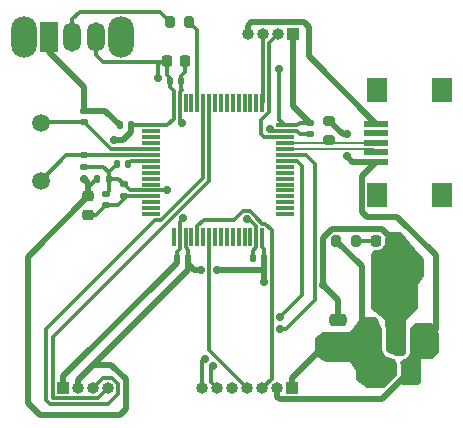
<source format=gbr>
%TF.GenerationSoftware,KiCad,Pcbnew,8.0.2*%
%TF.CreationDate,2024-06-15T16:53:24+02:00*%
%TF.ProjectId,KiCad_STM32_F105RCT6TR,4b694361-645f-4535-944d-33325f463130,v 1.0*%
%TF.SameCoordinates,Original*%
%TF.FileFunction,Copper,L1,Top*%
%TF.FilePolarity,Positive*%
%FSLAX46Y46*%
G04 Gerber Fmt 4.6, Leading zero omitted, Abs format (unit mm)*
G04 Created by KiCad (PCBNEW 8.0.2) date 2024-06-15 16:53:24*
%MOMM*%
%LPD*%
G01*
G04 APERTURE LIST*
G04 Aperture macros list*
%AMRoundRect*
0 Rectangle with rounded corners*
0 $1 Rounding radius*
0 $2 $3 $4 $5 $6 $7 $8 $9 X,Y pos of 4 corners*
0 Add a 4 corners polygon primitive as box body*
4,1,4,$2,$3,$4,$5,$6,$7,$8,$9,$2,$3,0*
0 Add four circle primitives for the rounded corners*
1,1,$1+$1,$2,$3*
1,1,$1+$1,$4,$5*
1,1,$1+$1,$6,$7*
1,1,$1+$1,$8,$9*
0 Add four rect primitives between the rounded corners*
20,1,$1+$1,$2,$3,$4,$5,0*
20,1,$1+$1,$4,$5,$6,$7,0*
20,1,$1+$1,$6,$7,$8,$9,0*
20,1,$1+$1,$8,$9,$2,$3,0*%
G04 Aperture macros list end*
%TA.AperFunction,SMDPad,CuDef*%
%ADD10RoundRect,0.075000X-0.075000X-0.700000X0.075000X-0.700000X0.075000X0.700000X-0.075000X0.700000X0*%
%TD*%
%TA.AperFunction,SMDPad,CuDef*%
%ADD11RoundRect,0.075000X-0.700000X-0.075000X0.700000X-0.075000X0.700000X0.075000X-0.700000X0.075000X0*%
%TD*%
%TA.AperFunction,SMDPad,CuDef*%
%ADD12RoundRect,0.140000X-0.170000X0.140000X-0.170000X-0.140000X0.170000X-0.140000X0.170000X0.140000X0*%
%TD*%
%TA.AperFunction,ComponentPad*%
%ADD13O,1.000000X1.000000*%
%TD*%
%TA.AperFunction,ComponentPad*%
%ADD14R,1.000000X1.000000*%
%TD*%
%TA.AperFunction,ComponentPad*%
%ADD15C,1.500000*%
%TD*%
%TA.AperFunction,SMDPad,CuDef*%
%ADD16R,1.700000X2.000000*%
%TD*%
%TA.AperFunction,SMDPad,CuDef*%
%ADD17R,2.000000X0.500000*%
%TD*%
%TA.AperFunction,ComponentPad*%
%ADD18O,1.500000X2.500000*%
%TD*%
%TA.AperFunction,ComponentPad*%
%ADD19R,1.500000X2.500000*%
%TD*%
%TA.AperFunction,ComponentPad*%
%ADD20O,2.200000X3.500000*%
%TD*%
%TA.AperFunction,SMDPad,CuDef*%
%ADD21RoundRect,0.250000X0.250000X0.475000X-0.250000X0.475000X-0.250000X-0.475000X0.250000X-0.475000X0*%
%TD*%
%TA.AperFunction,SMDPad,CuDef*%
%ADD22RoundRect,0.200000X-0.200000X-0.275000X0.200000X-0.275000X0.200000X0.275000X-0.200000X0.275000X0*%
%TD*%
%TA.AperFunction,SMDPad,CuDef*%
%ADD23RoundRect,0.225000X-0.225000X-0.250000X0.225000X-0.250000X0.225000X0.250000X-0.225000X0.250000X0*%
%TD*%
%TA.AperFunction,SMDPad,CuDef*%
%ADD24RoundRect,0.375000X0.375000X-0.625000X0.375000X0.625000X-0.375000X0.625000X-0.375000X-0.625000X0*%
%TD*%
%TA.AperFunction,SMDPad,CuDef*%
%ADD25RoundRect,0.500000X1.400000X-0.500000X1.400000X0.500000X-1.400000X0.500000X-1.400000X-0.500000X0*%
%TD*%
%TA.AperFunction,SMDPad,CuDef*%
%ADD26RoundRect,0.218750X0.256250X-0.218750X0.256250X0.218750X-0.256250X0.218750X-0.256250X-0.218750X0*%
%TD*%
%TA.AperFunction,SMDPad,CuDef*%
%ADD27RoundRect,0.140000X0.140000X0.170000X-0.140000X0.170000X-0.140000X-0.170000X0.140000X-0.170000X0*%
%TD*%
%TA.AperFunction,SMDPad,CuDef*%
%ADD28RoundRect,0.140000X-0.140000X-0.170000X0.140000X-0.170000X0.140000X0.170000X-0.140000X0.170000X0*%
%TD*%
%TA.AperFunction,SMDPad,CuDef*%
%ADD29RoundRect,0.140000X0.170000X-0.140000X0.170000X0.140000X-0.170000X0.140000X-0.170000X-0.140000X0*%
%TD*%
%TA.AperFunction,SMDPad,CuDef*%
%ADD30RoundRect,0.200000X-0.275000X0.200000X-0.275000X-0.200000X0.275000X-0.200000X0.275000X0.200000X0*%
%TD*%
%TA.AperFunction,SMDPad,CuDef*%
%ADD31RoundRect,0.250000X-0.475000X0.250000X-0.475000X-0.250000X0.475000X-0.250000X0.475000X0.250000X0*%
%TD*%
%TA.AperFunction,SMDPad,CuDef*%
%ADD32RoundRect,0.218750X-0.218750X-0.256250X0.218750X-0.256250X0.218750X0.256250X-0.218750X0.256250X0*%
%TD*%
%TA.AperFunction,ViaPad*%
%ADD33C,0.700000*%
%TD*%
%TA.AperFunction,Conductor*%
%ADD34C,0.500000*%
%TD*%
%TA.AperFunction,Conductor*%
%ADD35C,0.300000*%
%TD*%
%TA.AperFunction,Conductor*%
%ADD36C,0.200000*%
%TD*%
G04 APERTURE END LIST*
D10*
%TO.P,F105RCT6TR,64,VDD*%
%TO.N,+3.3V*%
X103575000Y-59825000D03*
%TO.P,F105RCT6TR,63,VSS*%
%TO.N,GND*%
X104075000Y-59825000D03*
%TO.P,F105RCT6TR,62,PB9*%
%TO.N,unconnected-(U1-PB9-Pad62)*%
X104575000Y-59825000D03*
%TO.P,F105RCT6TR,61,PB8*%
%TO.N,unconnected-(U1-PB8-Pad61)*%
X105075000Y-59825000D03*
%TO.P,F105RCT6TR,60,BOOT0*%
%TO.N,Net-(U1-BOOT0)*%
X105575000Y-59825000D03*
%TO.P,F105RCT6TR,59,PB7*%
%TO.N,/I2C1_SDA*%
X106075000Y-59825000D03*
%TO.P,F105RCT6TR,58,PB6*%
%TO.N,/I2C1_SCL*%
X106575000Y-59825000D03*
%TO.P,F105RCT6TR,57,PB5*%
%TO.N,unconnected-(U1-PB5-Pad57)*%
X107075000Y-59825000D03*
%TO.P,F105RCT6TR,56,PB4*%
%TO.N,unconnected-(U1-PB4-Pad56)*%
X107575000Y-59825000D03*
%TO.P,F105RCT6TR,55,PB3*%
%TO.N,unconnected-(U1-PB3-Pad55)*%
X108075000Y-59825000D03*
%TO.P,F105RCT6TR,54,PD2*%
%TO.N,unconnected-(U1-PD2-Pad54)*%
X108575000Y-59825000D03*
%TO.P,F105RCT6TR,53,PC12*%
%TO.N,unconnected-(U1-PC12-Pad53)*%
X109075000Y-59825000D03*
%TO.P,F105RCT6TR,52,PC11*%
%TO.N,unconnected-(U1-PC11-Pad52)*%
X109575000Y-59825000D03*
%TO.P,F105RCT6TR,51,PC10*%
%TO.N,unconnected-(U1-PC10-Pad51)*%
X110075000Y-59825000D03*
%TO.P,F105RCT6TR,50,PA15*%
%TO.N,unconnected-(U1-PA15-Pad50)*%
X110575000Y-59825000D03*
%TO.P,F105RCT6TR,49,PA14*%
%TO.N,/SWCLK*%
X111075000Y-59825000D03*
D11*
%TO.P,F105RCT6TR,48,VDD*%
%TO.N,+3.3V*%
X113000000Y-61750000D03*
%TO.P,F105RCT6TR,47,VSS*%
%TO.N,GND*%
X113000000Y-62250000D03*
%TO.P,F105RCT6TR,46,PA13*%
%TO.N,/SWDIO*%
X113000000Y-62750000D03*
%TO.P,F105RCT6TR,45,PA12*%
%TO.N,/USB_D+*%
X113000000Y-63250000D03*
%TO.P,F105RCT6TR,44,PA11*%
%TO.N,/USB_D-*%
X113000000Y-63750000D03*
%TO.P,F105RCT6TR,43,PA10*%
%TO.N,/OLED_DC*%
X113000000Y-64250000D03*
%TO.P,F105RCT6TR,42,PA9*%
%TO.N,/OLED_CS*%
X113000000Y-64750000D03*
%TO.P,F105RCT6TR,41,PA8*%
%TO.N,unconnected-(U1-PA8-Pad41)*%
X113000000Y-65250000D03*
%TO.P,F105RCT6TR,40,PC9*%
%TO.N,unconnected-(U1-PC9-Pad40)*%
X113000000Y-65750000D03*
%TO.P,F105RCT6TR,39,PC8*%
%TO.N,unconnected-(U1-PC8-Pad39)*%
X113000000Y-66250000D03*
%TO.P,F105RCT6TR,38,PC7*%
%TO.N,unconnected-(U1-PC7-Pad38)*%
X113000000Y-66750000D03*
%TO.P,F105RCT6TR,37,PC6*%
%TO.N,unconnected-(U1-PC6-Pad37)*%
X113000000Y-67250000D03*
%TO.P,F105RCT6TR,36,PB15*%
%TO.N,unconnected-(U1-PB15-Pad36)*%
X113000000Y-67750000D03*
%TO.P,F105RCT6TR,35,PB14*%
%TO.N,unconnected-(U1-PB14-Pad35)*%
X113000000Y-68250000D03*
%TO.P,F105RCT6TR,34,PB13*%
%TO.N,unconnected-(U1-PB13-Pad34)*%
X113000000Y-68750000D03*
%TO.P,F105RCT6TR,33,PB12*%
%TO.N,unconnected-(U1-PB12-Pad33)*%
X113000000Y-69250000D03*
D10*
%TO.P,F105RCT6TR,32,VDD*%
%TO.N,+3.3V*%
X111075000Y-71175000D03*
%TO.P,F105RCT6TR,31,VSS*%
%TO.N,GND*%
X110575000Y-71175000D03*
%TO.P,F105RCT6TR,30,PB11*%
%TO.N,unconnected-(U1-PB11-Pad30)*%
X110075000Y-71175000D03*
%TO.P,F105RCT6TR,29,PB10*%
%TO.N,unconnected-(U1-PB10-Pad29)*%
X109575000Y-71175000D03*
%TO.P,F105RCT6TR,28,PB2*%
%TO.N,unconnected-(U1-PB2-Pad28)*%
X109075000Y-71175000D03*
%TO.P,F105RCT6TR,27,PB1*%
%TO.N,unconnected-(U1-PB1-Pad27)*%
X108575000Y-71175000D03*
%TO.P,F105RCT6TR,26,PB0*%
%TO.N,unconnected-(U1-PB0-Pad26)*%
X108075000Y-71175000D03*
%TO.P,F105RCT6TR,25,PC5*%
%TO.N,unconnected-(U1-PC5-Pad25)*%
X107575000Y-71175000D03*
%TO.P,F105RCT6TR,24,PC4*%
%TO.N,unconnected-(U1-PC4-Pad24)*%
X107075000Y-71175000D03*
%TO.P,F105RCT6TR,23,PA7*%
%TO.N,/SPI1_MOSI*%
X106575000Y-71175000D03*
%TO.P,F105RCT6TR,22,PA6*%
%TO.N,unconnected-(U1-PA6-Pad22)*%
X106075000Y-71175000D03*
%TO.P,F105RCT6TR,21,PA5*%
%TO.N,/SPI1_SCK*%
X105575000Y-71175000D03*
%TO.P,F105RCT6TR,20,PA4*%
%TO.N,unconnected-(U1-PA4-Pad20)*%
X105075000Y-71175000D03*
%TO.P,F105RCT6TR,19,VDD*%
%TO.N,+3.3V*%
X104575000Y-71175000D03*
%TO.P,F105RCT6TR,18,VSS*%
%TO.N,GND*%
X104075000Y-71175000D03*
%TO.P,F105RCT6TR,17,PA3*%
%TO.N,unconnected-(U1-PA3-Pad17)*%
X103575000Y-71175000D03*
D11*
%TO.P,F105RCT6TR,16,PA2*%
%TO.N,unconnected-(U1-PA2-Pad16)*%
X101650000Y-69250000D03*
%TO.P,F105RCT6TR,15,PA1*%
%TO.N,unconnected-(U1-PA1-Pad15)*%
X101650000Y-68750000D03*
%TO.P,F105RCT6TR,14,PA0*%
%TO.N,unconnected-(U1-PA0-Pad14)*%
X101650000Y-68250000D03*
%TO.P,F105RCT6TR,13,VDDA*%
%TO.N,+3.3VA*%
X101650000Y-67750000D03*
%TO.P,F105RCT6TR,12,VSSA*%
%TO.N,GND*%
X101650000Y-67250000D03*
%TO.P,F105RCT6TR,11,PC3*%
%TO.N,unconnected-(U1-PC3-Pad11)*%
X101650000Y-66750000D03*
%TO.P,F105RCT6TR,10,PC2*%
%TO.N,unconnected-(U1-PC2-Pad10)*%
X101650000Y-66250000D03*
%TO.P,F105RCT6TR,9,PC1*%
%TO.N,unconnected-(U1-PC1-Pad9)*%
X101650000Y-65750000D03*
%TO.P,F105RCT6TR,8,PC0*%
%TO.N,unconnected-(U1-PC0-Pad8)*%
X101650000Y-65250000D03*
%TO.P,F105RCT6TR,7,NRST*%
%TO.N,/NRST*%
X101650000Y-64750000D03*
%TO.P,F105RCT6TR,6,PD1*%
%TO.N,/HSE_OUT*%
X101650000Y-64250000D03*
%TO.P,F105RCT6TR,5,PD0*%
%TO.N,/HSE_IN*%
X101650000Y-63750000D03*
%TO.P,F105RCT6TR,4,PC15*%
%TO.N,unconnected-(U1-PC15-Pad4)*%
X101650000Y-63250000D03*
%TO.P,F105RCT6TR,3,PC14*%
%TO.N,unconnected-(U1-PC14-Pad3)*%
X101650000Y-62750000D03*
%TO.P,F105RCT6TR,2,PC13*%
%TO.N,unconnected-(U1-PC13-Pad2)*%
X101650000Y-62250000D03*
%TO.P,F105RCT6TR,1,VBAT*%
%TO.N,+3.3V*%
X101650000Y-61750000D03*
%TD*%
D12*
%TO.P,C3,1*%
%TO.N,+3.3V*%
X115075000Y-61540000D03*
%TO.P,C3,2*%
%TO.N,GND*%
X115075000Y-62500000D03*
%TD*%
%TO.P,C12,1*%
%TO.N,/HSE_OUT*%
X96000000Y-64270000D03*
%TO.P,C12,2*%
%TO.N,GND*%
X96000000Y-65230000D03*
%TD*%
D13*
%TO.P,SWD,4,Pin_4*%
%TO.N,GND*%
X109860000Y-54000000D03*
%TO.P,SWD,3,Pin_3*%
%TO.N,/SWCLK*%
X111130000Y-54000000D03*
%TO.P,SWD,2,Pin_2*%
%TO.N,/SWDIO*%
X112400000Y-54000000D03*
D14*
%TO.P,SWD,1,Pin_1*%
%TO.N,+3.3V*%
X113670000Y-54000000D03*
%TD*%
D13*
%TO.P,OLED,7,Pin_7*%
%TO.N,/OLED_CS*%
X106000000Y-84000000D03*
%TO.P,OLED,6,Pin_6*%
%TO.N,/OLED_DC*%
X107270000Y-84000000D03*
%TO.P,OLED,5,Pin_5*%
%TO.N,GND*%
X108540000Y-84000000D03*
%TO.P,OLED,4,Pin_4*%
%TO.N,/SPI1_MOSI*%
X109810000Y-84000000D03*
%TO.P,OLED,3,Pin_3*%
%TO.N,/SPI1_SCK*%
X111080000Y-84000000D03*
%TO.P,OLED,2,Pin_2*%
%TO.N,VBUS*%
X112350000Y-84000000D03*
D14*
%TO.P,OLED,1,Pin_1*%
%TO.N,GND*%
X113620000Y-84000000D03*
%TD*%
D15*
%TO.P,Y1,1,1*%
%TO.N,/HSE_IN*%
X92325000Y-61550000D03*
%TO.P,Y1,2,2*%
%TO.N,/HSE_OUT*%
X92325000Y-66430000D03*
%TD*%
D16*
%TO.P,USB,6,Shield*%
%TO.N,unconnected-(J1-Shield-Pad6)*%
X126275000Y-58750000D03*
%TO.N,unconnected-(J1-Shield-Pad6)_0*%
X120825000Y-58750000D03*
%TO.N,unconnected-(J1-Shield-Pad6)_2*%
X126275000Y-67650000D03*
%TO.N,unconnected-(J1-Shield-Pad6)_1*%
X120825000Y-67650000D03*
D17*
%TO.P,USB,5,GND*%
%TO.N,GND*%
X120725000Y-61600000D03*
%TO.P,USB,4,ID*%
%TO.N,unconnected-(J1-ID-Pad4)*%
X120725000Y-62400000D03*
%TO.P,USB,3,D+*%
%TO.N,/USB_D+*%
X120725000Y-63200000D03*
%TO.P,USB,2,D-*%
%TO.N,/USB_D-*%
X120725000Y-64000000D03*
%TO.P,USB,1,VBUS*%
%TO.N,VBUS*%
X120725000Y-64800000D03*
%TD*%
D18*
%TO.P,BOOT,3,C*%
%TO.N,+3.3V*%
X97000000Y-54250000D03*
%TO.P,BOOT,2,B*%
%TO.N,Net-(SW1-B)*%
X95000000Y-54250000D03*
D19*
%TO.P,BOOT,1,A*%
%TO.N,GND*%
X93000000Y-54250000D03*
D20*
%TO.P,BOOT,*%
%TO.N,*%
X99100000Y-54250000D03*
X90900000Y-54250000D03*
%TD*%
D21*
%TO.P,C13,1*%
%TO.N,VBUS*%
X123500000Y-82650000D03*
%TO.P,C13,2*%
%TO.N,GND*%
X121600000Y-82650000D03*
%TD*%
D22*
%TO.P,R1,1*%
%TO.N,Net-(SW1-B)*%
X103250000Y-53000000D03*
%TO.P,R1,2*%
%TO.N,Net-(U1-BOOT0)*%
X104900000Y-53000000D03*
%TD*%
D23*
%TO.P,C5,1*%
%TO.N,+3.3V*%
X103000000Y-56250000D03*
%TO.P,C5,2*%
%TO.N,GND*%
X104550000Y-56250000D03*
%TD*%
D24*
%TO.P,U2,1,GND*%
%TO.N,GND*%
X120100000Y-80050000D03*
%TO.P,U2,2,VO*%
%TO.N,+3.3V*%
X122400000Y-80050000D03*
D25*
X122400000Y-73750000D03*
D24*
%TO.P,U2,3,VI*%
%TO.N,VBUS*%
X124700000Y-80050000D03*
%TD*%
D26*
%TO.P,FB1,1*%
%TO.N,+3.3VA*%
X96345000Y-69325000D03*
%TO.P,FB1,2*%
%TO.N,+3.3V*%
X96345000Y-67750000D03*
%TD*%
D27*
%TO.P,C9,1*%
%TO.N,/NRST*%
X99710000Y-65000000D03*
%TO.P,C9,2*%
%TO.N,GND*%
X98750000Y-65000000D03*
%TD*%
D13*
%TO.P,PULSE,4,Pin_4*%
%TO.N,/I2C1_SCL*%
X98000000Y-84000000D03*
%TO.P,PULSE,3,Pin_3*%
%TO.N,/I2C1_SDA*%
X96730000Y-84000000D03*
%TO.P,PULSE,2,Pin_2*%
%TO.N,+3.3V*%
X95460000Y-84000000D03*
D14*
%TO.P,PULSE,1,Pin_1*%
%TO.N,GND*%
X94190000Y-84000000D03*
%TD*%
D22*
%TO.P,R3,1*%
%TO.N,GND*%
X117350000Y-71500000D03*
%TO.P,R3,2*%
%TO.N,Net-(D1-K)*%
X119000000Y-71500000D03*
%TD*%
D28*
%TO.P,C8,1*%
%TO.N,+3.3V*%
X97095000Y-66250000D03*
%TO.P,C8,2*%
%TO.N,GND*%
X98055000Y-66250000D03*
%TD*%
%TO.P,C4,1*%
%TO.N,+3.3V*%
X103250000Y-58000000D03*
%TO.P,C4,2*%
%TO.N,GND*%
X104210000Y-58000000D03*
%TD*%
D27*
%TO.P,C1,1*%
%TO.N,+3.3V*%
X99980000Y-61750000D03*
%TO.P,C1,2*%
%TO.N,GND*%
X99020000Y-61750000D03*
%TD*%
%TO.P,C2,1*%
%TO.N,+3.3V*%
X104785000Y-73000000D03*
%TO.P,C2,2*%
%TO.N,GND*%
X103825000Y-73000000D03*
%TD*%
%TO.P,C10,1*%
%TO.N,+3.3V*%
X111250000Y-73000000D03*
%TO.P,C10,2*%
%TO.N,GND*%
X110290000Y-73000000D03*
%TD*%
D29*
%TO.P,C6,1*%
%TO.N,+3.3VA*%
X99345000Y-67705000D03*
%TO.P,C6,2*%
%TO.N,GND*%
X99345000Y-66745000D03*
%TD*%
%TO.P,C7,1*%
%TO.N,+3.3VA*%
X97845000Y-68480000D03*
%TO.P,C7,2*%
%TO.N,GND*%
X97845000Y-67520000D03*
%TD*%
D30*
%TO.P,R2,1*%
%TO.N,VBUS*%
X116750000Y-61350000D03*
%TO.P,R2,2*%
%TO.N,/USB_D+*%
X116750000Y-63000000D03*
%TD*%
D31*
%TO.P,C14,1*%
%TO.N,+3.3V*%
X117500000Y-78250000D03*
%TO.P,C14,2*%
%TO.N,GND*%
X117500000Y-80150000D03*
%TD*%
D32*
%TO.P,D1,1,K*%
%TO.N,Net-(D1-K)*%
X120675000Y-71500000D03*
%TO.P,D1,2,A*%
%TO.N,+3.3V*%
X122250000Y-71500000D03*
%TD*%
D29*
%TO.P,C11,1*%
%TO.N,/HSE_IN*%
X96000000Y-61460000D03*
%TO.P,C11,2*%
%TO.N,GND*%
X96000000Y-60500000D03*
%TD*%
D33*
%TO.N,GND*%
X116000000Y-80750000D03*
X120500000Y-78500000D03*
X111700000Y-62050000D03*
X103000000Y-67250000D03*
X119500000Y-78500000D03*
X116000000Y-80000000D03*
X120250000Y-83000000D03*
X104362588Y-69612589D03*
X120250000Y-82250000D03*
X104250000Y-61500000D03*
X109750000Y-69700000D03*
%TO.N,+3.3V*%
X105875000Y-74000000D03*
X112500000Y-57000000D03*
X116200000Y-75250000D03*
X111180000Y-75000000D03*
X107275000Y-74000000D03*
X98539975Y-63010025D03*
X96000000Y-66250000D03*
X102250000Y-57750000D03*
%TO.N,VBUS*%
X118250000Y-64375000D03*
X118250000Y-62500000D03*
%TO.N,/OLED_DC*%
X112580000Y-79000000D03*
X106910025Y-82089975D03*
%TO.N,/OLED_CS*%
X112580000Y-78000000D03*
X106239016Y-81490182D03*
%TD*%
D34*
%TO.N,GND*%
X113620000Y-84000000D02*
X113620000Y-83130000D01*
X113620000Y-83130000D02*
X116000000Y-80750000D01*
D35*
X104210000Y-57540000D02*
X104550000Y-57200000D01*
D34*
X97770000Y-60500000D02*
X96000000Y-60500000D01*
X117350000Y-71500000D02*
X119500000Y-73650000D01*
X120725000Y-61600000D02*
X115000000Y-55875000D01*
D35*
X103825000Y-72425000D02*
X103825000Y-73000000D01*
X98055000Y-67310000D02*
X97845000Y-67520000D01*
X104075000Y-58925000D02*
X104250000Y-58750000D01*
D34*
X94190000Y-84000000D02*
X94190000Y-83000000D01*
D35*
X96000000Y-65230000D02*
X97590000Y-65230000D01*
X110575000Y-71175000D02*
X110575000Y-70296880D01*
X110290000Y-72338120D02*
X110290000Y-73000000D01*
X99391846Y-66745000D02*
X99345000Y-66745000D01*
D34*
X109860000Y-53292894D02*
X109860000Y-54000000D01*
D35*
X98055000Y-65695000D02*
X98750000Y-65000000D01*
D34*
X99020000Y-61750000D02*
X97770000Y-60500000D01*
D35*
X104075000Y-59825000D02*
X104075000Y-61325000D01*
X98055000Y-66250000D02*
X98055000Y-65695000D01*
D34*
X93000000Y-55500000D02*
X93000000Y-54250000D01*
D35*
X101650000Y-67250000D02*
X99896846Y-67250000D01*
X109978120Y-69700000D02*
X109750000Y-69700000D01*
D34*
X115000000Y-53430000D02*
X114570000Y-53000000D01*
D35*
X97590000Y-65230000D02*
X98055000Y-65695000D01*
X104075000Y-61325000D02*
X104250000Y-61500000D01*
X114000000Y-62250000D02*
X114250000Y-62500000D01*
X101650000Y-67250000D02*
X103000000Y-67250000D01*
X98850000Y-66250000D02*
X98055000Y-66250000D01*
X99896846Y-67250000D02*
X99391846Y-66745000D01*
X113000000Y-62250000D02*
X111900000Y-62250000D01*
D34*
X94190000Y-83000000D02*
X103825000Y-73365000D01*
X110152894Y-53000000D02*
X109860000Y-53292894D01*
D35*
X104075000Y-72175000D02*
X103825000Y-72425000D01*
X104075000Y-71175000D02*
X104075000Y-69900177D01*
D34*
X115000000Y-55875000D02*
X115000000Y-53430000D01*
D35*
X113000000Y-62250000D02*
X114000000Y-62250000D01*
X110575000Y-71175000D02*
X110575000Y-72053120D01*
X104075000Y-59825000D02*
X104075000Y-58925000D01*
X104075000Y-69900177D02*
X104362588Y-69612589D01*
X98055000Y-66250000D02*
X98055000Y-67310000D01*
X99345000Y-66745000D02*
X98850000Y-66250000D01*
X104210000Y-58000000D02*
X104210000Y-57540000D01*
X104550000Y-57200000D02*
X104550000Y-56250000D01*
D34*
X96000000Y-58500000D02*
X93000000Y-55500000D01*
D35*
X110575000Y-72053120D02*
X110290000Y-72338120D01*
X110575000Y-70296880D02*
X109978120Y-69700000D01*
D34*
X119500000Y-73650000D02*
X119500000Y-78500000D01*
D35*
X114250000Y-62500000D02*
X115075000Y-62500000D01*
D34*
X103825000Y-73365000D02*
X103825000Y-73000000D01*
D35*
X104250000Y-58750000D02*
X104210000Y-58710000D01*
D34*
X114570000Y-53000000D02*
X110152894Y-53000000D01*
X96000000Y-60500000D02*
X96000000Y-58500000D01*
D35*
X104075000Y-71175000D02*
X104075000Y-72175000D01*
X111900000Y-62250000D02*
X111700000Y-62050000D01*
X104210000Y-58710000D02*
X104210000Y-58000000D01*
D34*
%TO.N,+3.3V*%
X98250000Y-82000000D02*
X96752894Y-82000000D01*
X96501447Y-82251447D02*
X104785000Y-73967894D01*
D35*
X103575000Y-58825000D02*
X103250000Y-58500000D01*
D34*
X99500000Y-83250000D02*
X98250000Y-82000000D01*
X96345000Y-66595000D02*
X96000000Y-66250000D01*
D35*
X114250000Y-61500000D02*
X114290000Y-61540000D01*
X96345000Y-67750000D02*
X96345000Y-67000000D01*
X97000000Y-54250000D02*
X97000000Y-55800000D01*
X97550000Y-56350000D02*
X102500000Y-56350000D01*
D34*
X99000000Y-86250000D02*
X99500000Y-85750000D01*
X91250000Y-85250000D02*
X92250000Y-86250000D01*
D35*
X103000000Y-61750000D02*
X103575000Y-61175000D01*
X111250000Y-72250000D02*
X111250000Y-73000000D01*
D34*
X98539975Y-63010025D02*
X99239975Y-63010025D01*
D35*
X97000000Y-55800000D02*
X97550000Y-56350000D01*
D34*
X99980000Y-62270000D02*
X99980000Y-61750000D01*
X111180000Y-73070000D02*
X111250000Y-73000000D01*
D35*
X103250000Y-57750000D02*
X103000000Y-57500000D01*
D34*
X121250000Y-70500000D02*
X122250000Y-71500000D01*
D35*
X113000000Y-61750000D02*
X112500000Y-61250000D01*
X102500000Y-56350000D02*
X102900000Y-56350000D01*
D34*
X96345000Y-67750000D02*
X91250000Y-72845000D01*
X105285000Y-74000000D02*
X104785000Y-73500000D01*
X116200000Y-71250220D02*
X116950220Y-70500000D01*
X96752894Y-82000000D02*
X96501447Y-82251447D01*
X113670000Y-60135000D02*
X115075000Y-61540000D01*
D35*
X103575000Y-59825000D02*
X103575000Y-58825000D01*
X103575000Y-61175000D02*
X103575000Y-59825000D01*
D34*
X104785000Y-73500000D02*
X104785000Y-73000000D01*
D35*
X113000000Y-61750000D02*
X114000000Y-61750000D01*
D34*
X92250000Y-86250000D02*
X99000000Y-86250000D01*
D35*
X103250000Y-58500000D02*
X103250000Y-58000000D01*
X103250000Y-58000000D02*
X103250000Y-57750000D01*
D34*
X105875000Y-74000000D02*
X105285000Y-74000000D01*
X117500000Y-76550000D02*
X116200000Y-75250000D01*
D35*
X99980000Y-61750000D02*
X101650000Y-61750000D01*
X102900000Y-56350000D02*
X103000000Y-56250000D01*
D34*
X95460000Y-83292894D02*
X96501447Y-82251447D01*
X116200000Y-75250000D02*
X116200000Y-71250220D01*
D35*
X114290000Y-61540000D02*
X115075000Y-61540000D01*
X102250000Y-57750000D02*
X102250000Y-56600000D01*
D34*
X111180000Y-74000000D02*
X111180000Y-73070000D01*
X117500000Y-78250000D02*
X117500000Y-76550000D01*
X111180000Y-75000000D02*
X111180000Y-74000000D01*
X116950220Y-70500000D02*
X121250000Y-70500000D01*
D35*
X101650000Y-61750000D02*
X103000000Y-61750000D01*
X102250000Y-56600000D02*
X102500000Y-56350000D01*
D34*
X99500000Y-85750000D02*
X99500000Y-83250000D01*
D35*
X114000000Y-61750000D02*
X114250000Y-61500000D01*
D34*
X104785000Y-73967894D02*
X104785000Y-73500000D01*
X99239975Y-63010025D02*
X99980000Y-62270000D01*
D35*
X104575000Y-71175000D02*
X104575000Y-72053120D01*
X122650000Y-80300000D02*
X122400000Y-80050000D01*
X104575000Y-72053120D02*
X104785000Y-72263120D01*
X104785000Y-72263120D02*
X104785000Y-73000000D01*
D34*
X96345000Y-67750000D02*
X96345000Y-66595000D01*
X113670000Y-54000000D02*
X113670000Y-60135000D01*
X95460000Y-84000000D02*
X95460000Y-83292894D01*
D35*
X103000000Y-57500000D02*
X103000000Y-56250000D01*
D34*
X111180000Y-74000000D02*
X107275000Y-74000000D01*
X91250000Y-72845000D02*
X91250000Y-85250000D01*
D35*
X96345000Y-67000000D02*
X97095000Y-66250000D01*
X112500000Y-61250000D02*
X112500000Y-57000000D01*
X111075000Y-72075000D02*
X111250000Y-72250000D01*
X111075000Y-71175000D02*
X111075000Y-72075000D01*
%TO.N,+3.3VA*%
X98865000Y-68480000D02*
X99345000Y-68000000D01*
X97845000Y-68480000D02*
X98865000Y-68480000D01*
X99345000Y-68000000D02*
X99595000Y-67750000D01*
X96345000Y-69325000D02*
X97000000Y-69325000D01*
X97000000Y-69325000D02*
X97845000Y-68480000D01*
X99595000Y-67750000D02*
X101650000Y-67750000D01*
%TO.N,/NRST*%
X99960000Y-64750000D02*
X101650000Y-64750000D01*
X99710000Y-65000000D02*
X99960000Y-64750000D01*
%TO.N,/HSE_IN*%
X92415000Y-61460000D02*
X92325000Y-61550000D01*
X96000000Y-61460000D02*
X92415000Y-61460000D01*
X98290000Y-63750000D02*
X101650000Y-63750000D01*
X96000000Y-61460000D02*
X98290000Y-63750000D01*
%TO.N,/HSE_OUT*%
X96020000Y-64250000D02*
X101650000Y-64250000D01*
X96000000Y-64270000D02*
X96020000Y-64250000D01*
X92325000Y-66430000D02*
X94485000Y-64270000D01*
X94485000Y-64270000D02*
X96000000Y-64270000D01*
D34*
%TO.N,VBUS*%
X117900000Y-62500000D02*
X116750000Y-61350000D01*
X120725000Y-64800000D02*
X119525000Y-66000000D01*
X121200000Y-84950000D02*
X112592894Y-84950000D01*
X118675000Y-64800000D02*
X118250000Y-64375000D01*
X119925000Y-69500000D02*
X122500000Y-69500000D01*
X112350000Y-84707106D02*
X112350000Y-84000000D01*
X118250000Y-62500000D02*
X117900000Y-62500000D01*
X120725000Y-64800000D02*
X118675000Y-64800000D01*
X123500000Y-82650000D02*
X121200000Y-84950000D01*
X125750000Y-79000000D02*
X124700000Y-80050000D01*
X112592894Y-84950000D02*
X112350000Y-84707106D01*
X122500000Y-69500000D02*
X125750000Y-72750000D01*
X119525000Y-66000000D02*
X119525000Y-69100000D01*
X119525000Y-69100000D02*
X119925000Y-69500000D01*
X125750000Y-72750000D02*
X125750000Y-79000000D01*
D35*
%TO.N,Net-(D1-K)*%
X120675000Y-71500000D02*
X119000000Y-71500000D01*
D36*
%TO.N,/USB_D+*%
X119401206Y-63200000D02*
X119326206Y-63275000D01*
X114187501Y-63275000D02*
X119326206Y-63275000D01*
X120725000Y-63200000D02*
X119401206Y-63200000D01*
X113049999Y-63299999D02*
X113000000Y-63250000D01*
X113000000Y-63250000D02*
X114162501Y-63250000D01*
X114162501Y-63250000D02*
X114187501Y-63275000D01*
%TO.N,/USB_D-*%
X120475000Y-63750000D02*
X119425000Y-63750000D01*
X119425000Y-63725000D02*
X114187501Y-63725000D01*
X120725000Y-64000000D02*
X120475000Y-63750000D01*
X114187501Y-63725000D02*
X114162501Y-63750000D01*
X114162501Y-63750000D02*
X113000000Y-63750000D01*
X119425000Y-63750000D02*
X119425000Y-63725000D01*
D35*
%TO.N,/SWCLK*%
X111130000Y-54000000D02*
X111130000Y-59770000D01*
X111130000Y-59770000D02*
X111075000Y-59825000D01*
%TO.N,/SWDIO*%
X112400000Y-54000000D02*
X111630000Y-54770000D01*
X111250000Y-62750000D02*
X113000000Y-62750000D01*
X111630000Y-60648120D02*
X111000000Y-61278120D01*
X111000000Y-61278120D02*
X111000000Y-62500000D01*
X111000000Y-62500000D02*
X111250000Y-62750000D01*
X111630000Y-54770000D02*
X111630000Y-60648120D01*
%TO.N,/SPI1_MOSI*%
X106575000Y-80765000D02*
X106575000Y-71175000D01*
X109810000Y-84000000D02*
X106575000Y-80765000D01*
%TO.N,/SPI1_SCK*%
X110450000Y-69435940D02*
X110450000Y-69410050D01*
X108710050Y-69750000D02*
X106121880Y-69750000D01*
X111880000Y-70601880D02*
X111328120Y-70050000D01*
X106121880Y-69750000D02*
X105575000Y-70296880D01*
X111880000Y-70601880D02*
X111880000Y-83200000D01*
X111880000Y-83200000D02*
X111080000Y-84000000D01*
X111328120Y-70050000D02*
X111064060Y-70050000D01*
X110039950Y-69000000D02*
X109460050Y-69000000D01*
X105575000Y-70296880D02*
X105575000Y-71175000D01*
X111064060Y-70050000D02*
X110450000Y-69435940D01*
X110450000Y-69410050D02*
X110039950Y-69000000D01*
X109460050Y-69000000D02*
X108710050Y-69750000D01*
%TO.N,/OLED_DC*%
X106750000Y-82250000D02*
X106910025Y-82089975D01*
X114750000Y-64250000D02*
X113000000Y-64250000D01*
X112580000Y-79000000D02*
X113040000Y-79000000D01*
X106750000Y-83480000D02*
X106750000Y-82250000D01*
X113040000Y-79000000D02*
X115500000Y-76540000D01*
X115500000Y-76540000D02*
X115500000Y-65000000D01*
X115500000Y-65000000D02*
X114750000Y-64250000D01*
X107270000Y-84000000D02*
X106750000Y-83480000D01*
%TO.N,/OLED_CS*%
X106000000Y-81729198D02*
X106000000Y-84000000D01*
X114470000Y-65220000D02*
X114000000Y-64750000D01*
X114470000Y-76110000D02*
X112580000Y-78000000D01*
X114000000Y-64750000D02*
X113000000Y-64750000D01*
X106239016Y-81490182D02*
X106000000Y-81729198D01*
X114470000Y-65220000D02*
X114470000Y-76110000D01*
%TO.N,/I2C1_SDA*%
X92750000Y-85000000D02*
X92750000Y-79000000D01*
X98352082Y-83150000D02*
X98850000Y-83647918D01*
X93100000Y-85350000D02*
X92750000Y-85000000D01*
X102528120Y-69750000D02*
X106075000Y-66203120D01*
X96730000Y-84000000D02*
X97580000Y-83150000D01*
X98850000Y-83647918D02*
X98850000Y-84500000D01*
X106075000Y-66203120D02*
X106075000Y-59825000D01*
X98850000Y-84500000D02*
X98000000Y-85350000D01*
X102000000Y-69750000D02*
X102528120Y-69750000D01*
X92750000Y-79000000D02*
X102000000Y-69750000D01*
X97580000Y-83150000D02*
X98352082Y-83150000D01*
X98000000Y-85350000D02*
X93100000Y-85350000D01*
%TO.N,/I2C1_SCL*%
X106575000Y-66410227D02*
X106575000Y-59825000D01*
X93340000Y-84840000D02*
X93340000Y-79645226D01*
X98000000Y-84000000D02*
X97150000Y-84850000D01*
X93350000Y-84850000D02*
X93340000Y-84840000D01*
X93340000Y-79645226D02*
X98000000Y-74985226D01*
X98000000Y-74985227D02*
X106575000Y-66410227D01*
X97150000Y-84850000D02*
X93350000Y-84850000D01*
%TO.N,Net-(U1-BOOT0)*%
X104900000Y-53000000D02*
X105575000Y-53675000D01*
X105575000Y-53675000D02*
X105575000Y-59825000D01*
%TO.N,Net-(SW1-B)*%
X95000000Y-54250000D02*
X95000000Y-52750000D01*
X95600000Y-52150000D02*
X102400000Y-52150000D01*
X102400000Y-52150000D02*
X103250000Y-53000000D01*
X95000000Y-52750000D02*
X95600000Y-52150000D01*
%TD*%
%TA.AperFunction,Conductor*%
%TO.N,+3.3V*%
G36*
X122765677Y-70769685D02*
G01*
X122786319Y-70786319D01*
X123243766Y-71243766D01*
X123255285Y-71257047D01*
X123999996Y-72249996D01*
X124000004Y-72250005D01*
X124713681Y-72963681D01*
X124747166Y-73025004D01*
X124750000Y-73051362D01*
X124750000Y-74462455D01*
X124730315Y-74529494D01*
X124729174Y-74531238D01*
X124250000Y-75249999D01*
X124250000Y-77198638D01*
X124230315Y-77265677D01*
X124213681Y-77286319D01*
X123250000Y-78249999D01*
X123250000Y-80948638D01*
X123230315Y-81015677D01*
X123213681Y-81036319D01*
X123036319Y-81213681D01*
X122974996Y-81247166D01*
X122948638Y-81250000D01*
X122438472Y-81250000D01*
X122380039Y-81233954D01*
X122379578Y-81234875D01*
X122297885Y-81193936D01*
X121826204Y-81036709D01*
X121809962Y-81029981D01*
X121767998Y-81008999D01*
X121735771Y-80985771D01*
X121697348Y-80947348D01*
X121674120Y-80915121D01*
X121568591Y-80704062D01*
X121555500Y-80648608D01*
X121555500Y-79029271D01*
X121549668Y-78979188D01*
X121547327Y-78959082D01*
X121534236Y-78903628D01*
X121510157Y-78837194D01*
X121510155Y-78837191D01*
X121510152Y-78837181D01*
X121510060Y-78836966D01*
X121510041Y-78836874D01*
X121508932Y-78833814D01*
X121509378Y-78833652D01*
X121500000Y-78788042D01*
X121500000Y-78250000D01*
X121003081Y-77852465D01*
X120988285Y-77838489D01*
X120967722Y-77815586D01*
X120926551Y-77777447D01*
X120926550Y-77777446D01*
X120890565Y-77759149D01*
X120869306Y-77745445D01*
X120296538Y-77287230D01*
X120256486Y-77229979D01*
X120250000Y-77190402D01*
X120250000Y-72779272D01*
X120263091Y-72723818D01*
X120452977Y-72344046D01*
X120500564Y-72292887D01*
X120563886Y-72275500D01*
X120934402Y-72275500D01*
X121017846Y-72265479D01*
X121035176Y-72258645D01*
X121080665Y-72250000D01*
X121249999Y-72250000D01*
X121250000Y-72250000D01*
X121500000Y-71750000D01*
X121500000Y-71279272D01*
X121513091Y-71223818D01*
X121715727Y-70818546D01*
X121763314Y-70767387D01*
X121826636Y-70750000D01*
X122698638Y-70750000D01*
X122765677Y-70769685D01*
G37*
%TD.AperFunction*%
%TD*%
%TA.AperFunction,Conductor*%
%TO.N,GND*%
G36*
X120740403Y-78019685D02*
G01*
X120784273Y-78068546D01*
X121236909Y-78973818D01*
X121250000Y-79029272D01*
X121250000Y-80750000D01*
X121500000Y-81250000D01*
X122201274Y-81483758D01*
X122258648Y-81523631D01*
X122272970Y-81545940D01*
X122368455Y-81736909D01*
X122486909Y-81973818D01*
X122500000Y-82029272D01*
X122500000Y-82820113D01*
X122480315Y-82887152D01*
X122463681Y-82907794D01*
X121407794Y-83963681D01*
X121346471Y-83997166D01*
X121320113Y-84000000D01*
X120041333Y-84000000D01*
X119974294Y-83980315D01*
X119966933Y-83975200D01*
X119951574Y-83963681D01*
X119049600Y-83287200D01*
X119007779Y-83231229D01*
X119000000Y-83188000D01*
X119000000Y-82499999D01*
X118500000Y-81750000D01*
X118000000Y-81750000D01*
X116529272Y-81750000D01*
X116473818Y-81736909D01*
X115568546Y-81284273D01*
X115517387Y-81236686D01*
X115500000Y-81173364D01*
X115500000Y-79816362D01*
X115519685Y-79749323D01*
X115555215Y-79713189D01*
X116218761Y-79270826D01*
X116285460Y-79250018D01*
X116287544Y-79250000D01*
X118500000Y-79250000D01*
X119462770Y-78046538D01*
X119520021Y-78006486D01*
X119559598Y-78000000D01*
X120673364Y-78000000D01*
X120740403Y-78019685D01*
G37*
%TD.AperFunction*%
%TD*%
%TA.AperFunction,Conductor*%
%TO.N,VBUS*%
G36*
X125500676Y-78519685D02*
G01*
X125536811Y-78555217D01*
X125979174Y-79218761D01*
X125999982Y-79285460D01*
X126000000Y-79287544D01*
X126000000Y-80948638D01*
X125980315Y-81015677D01*
X125963681Y-81036319D01*
X125536319Y-81463681D01*
X125474996Y-81497166D01*
X125448638Y-81500000D01*
X124500000Y-81500000D01*
X124500000Y-83448638D01*
X124480315Y-83515677D01*
X124463681Y-83536319D01*
X124286319Y-83713681D01*
X124224996Y-83747166D01*
X124198638Y-83750000D01*
X123051362Y-83750000D01*
X122984323Y-83730315D01*
X122963681Y-83713681D01*
X122786319Y-83536319D01*
X122752834Y-83474996D01*
X122750000Y-83448638D01*
X122750000Y-83049035D01*
X122763469Y-82992831D01*
X122773439Y-82973224D01*
X122793124Y-82906185D01*
X122805500Y-82820113D01*
X122805500Y-82029272D01*
X122797327Y-81959082D01*
X122784236Y-81903628D01*
X122765878Y-81852979D01*
X122761539Y-81783244D01*
X122795591Y-81722234D01*
X122813663Y-81707557D01*
X123069390Y-81537072D01*
X123099735Y-81522358D01*
X123121407Y-81515297D01*
X123182730Y-81481812D01*
X123252340Y-81429702D01*
X123287451Y-81394590D01*
X123306342Y-81379105D01*
X123500000Y-81250000D01*
X123500000Y-81177560D01*
X123513469Y-81121356D01*
X123523439Y-81101749D01*
X123543124Y-81034710D01*
X123555500Y-80948638D01*
X123555500Y-78995862D01*
X123575185Y-78928823D01*
X123591819Y-78908181D01*
X123963681Y-78536319D01*
X124025004Y-78502834D01*
X124051362Y-78500000D01*
X125433637Y-78500000D01*
X125500676Y-78519685D01*
G37*
%TD.AperFunction*%
%TD*%
M02*

</source>
